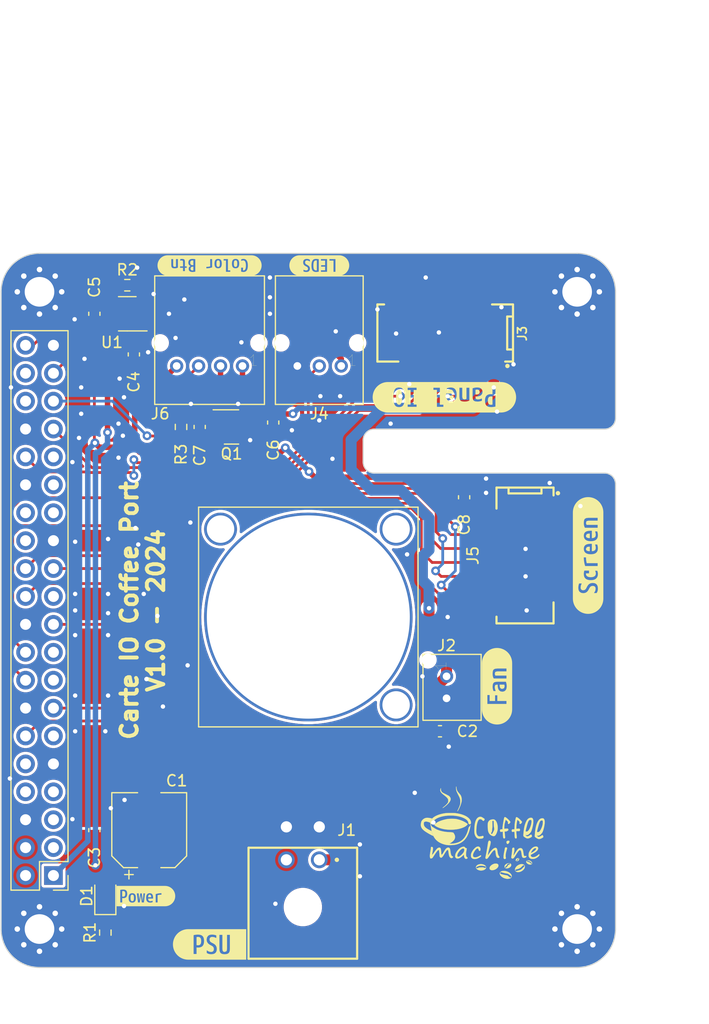
<source format=kicad_pcb>
(kicad_pcb (version 20221018) (generator pcbnew)
  (layers (0 "F.Cu" signal) (31 "B.Cu" signal) (34 "B.Paste" user) (35 "F.Paste" user) (36 "B.SilkS" user "B.Silkscreen") (37 "F.SilkS" user "F.Silkscreen") (38 "B.Mask" user) (39 "F.Mask" user) (44 "Edge.Cuts" user))
  (net 0 "")
  (net 1 "GND")
  (net 2 "+3.3V")
  (net 3 "+5V")
  (net 4 "+12V")
  (net 5 "Net-(D1-K)")
  (net 6 "/LGRE")
  (net 7 "/LRED")
  (net 8 "/BUZZER")
  (net 9 "/RST_H")
  (net 10 "/RST_S")
  (net 11 "/~{RST_OLED}")
  (net 12 "/~{CS}")
  (net 13 "/RST")
  (net 14 "/BL")
  (net 19 "Net-(J6-Pin_2)")
  (net 32 "/LEDS")
  (net 34 "/COLOR")
  (net 36 "/MOSI")
  (net 37 "/SCLK")
  (net 38 "/DC")
  (footprint "kibuzzard-65F8CFB9" (layer "F.Cu") (at 40.5 53.6 180)
    (fp_text reference "kibuzzard-65F8CFB9" hide)
    (fp_text value "G***" hide)
  )
  (footprint "kibuzzard-65F478FE" (layer "F.Cu") (at 40.5 115.4)
    (fp_text reference "kibuzzard-65F478FE" hide)
    (fp_text value "G***" hide)
  )
  (footprint "Capacitor_SMD:C_0603_1608Metric" (layer "F.Cu") (at 33.6 61.7 90)
    (fp_text reference "C4" (at -2.5 0 90) (layer "F.SilkS"))
    (fp_text value "4.7uF")
    (pad "1" smd roundrect (at -0.775 0 90) (size 0.9 0.95) (layers "F.Cu" "F.Paste" "F.Mask") (net 1 "GND"))
    (pad "2" smd roundrect (at 0.775 0 90) (size 0.9 0.95) (layers "F.Cu" "F.Paste" "F.Mask") (net 3 "+5V"))
  )
  (footprint "Capacitor_SMD:C_0603_1608Metric" (layer "F.Cu") (at 63.7 74.7 -90)
    (fp_text reference "C8" (at 2.5 0 90) (layer "F.SilkS"))
    (fp_text value "4.7uF")
    (pad "1" smd roundrect (at -0.775 0 270) (size 0.9 0.95) (layers "F.Cu" "F.Paste" "F.Mask") (net 1 "GND"))
    (pad "2" smd roundrect (at 0.775 0 270) (size 0.9 0.95) (layers "F.Cu" "F.Paste" "F.Mask") (net 2 "+3.3V"))
  )
  (footprint "Resistor_SMD:R_0603_1608Metric" (layer "F.Cu") (at 37.9 68.3 90)
    (fp_text reference "R3" (at -2.5 0 90) (layer "F.SilkS"))
    (fp_text value "10k")
    (pad "1" smd roundrect (at -0.825 0 90) (size 0.8 0.95) (layers "F.Cu" "F.Paste" "F.Mask") (net 34 "/COLOR"))
    (pad "2" smd roundrect (at 0.825 0 90) (size 0.8 0.95) (layers "F.Cu" "F.Paste" "F.Mask") (net 1 "GND"))
  )
  (footprint "Resistor_SMD:R_0603_1608Metric" (layer "F.Cu") (at 33 55.4)
    (fp_text reference "R2" (at 0 -1.4) (layer "F.SilkS"))
    (fp_text value "10k")
    (pad "1" smd roundrect (at -0.825 0) (size 0.8 0.95) (layers "F.Cu" "F.Paste" "F.Mask") (net 10 "/RST_S"))
    (pad "2" smd roundrect (at 0.825 0) (size 0.8 0.95) (layers "F.Cu" "F.Paste" "F.Mask") (net 1 "GND"))
  )
  (footprint "Capacitor_SMD:C_0603_1608Metric" (layer "F.Cu") (at 61.5 96 180)
    (fp_text reference "C2" (at -2.5 0 180) (layer "F.SilkS"))
    (fp_text value "4.7uF")
    (pad "1" smd roundrect (at -0.775 0 180) (size 0.9 0.95) (layers "F.Cu" "F.Paste" "F.Mask") (net 1 "GND"))
    (pad "2" smd roundrect (at 0.775 0 180) (size 0.9 0.95) (layers "F.Cu" "F.Paste" "F.Mask") (net 4 "+12V"))
  )
  (footprint "kibuzzard-65F47805" (layer "F.Cu") (at 61.9 65.6 180)
    (fp_text reference "kibuzzard-65F47805" hide)
    (fp_text value "G***" hide)
  )
  (footprint "kibuzzard-65F8CFA1" (layer "F.Cu") (at 50.5 53.6 180)
    (fp_text reference "kibuzzard-65F8CFA1" hide)
    (fp_text value "G***" hide)
  )
  (footprint "ConnectorsEvo:690367280876" (layer "F.Cu") (at 69.25 80 -90)
    (fp_text reference "J5" (at 0 4.75 -90) (layer "F.SilkS"))
    (fp_text value "Screen")
    (pad "1" smd rect (at -4.445 -2.25 270) (size 1.5 3) (layers "F.Cu" "F.Paste" "F.Mask") (net 1 "GND"))
    (pad "2" smd rect (at -3.175 2.25 270) (size 1.5 3) (layers "F.Cu" "F.Paste" "F.Mask") (net 2 "+3.3V"))
    (pad "3" smd rect (at -1.905 -2.25 270) (size 1.5 3) (layers "F.Cu" "F.Paste" "F.Mask") (net 37 "/SCLK"))
    (pad "4" smd rect (at -0.635 2.25 270) (size 1.5 3) (layers "F.Cu" "F.Paste" "F.Mask") (net 36 "/MOSI"))
    (pad "5" smd rect (at 0.635 -2.25 270) (size 1.5 3) (layers "F.Cu" "F.Paste" "F.Mask") (net 11 "/~{RST_OLED}"))
    (pad "6" smd rect (at 1.905 2.25 270) (size 1.5 3) (layers "F.Cu" "F.Paste" "F.Mask") (net 38 "/DC"))
    (pad "7" smd rect (at 3.175 -2.25 270) (size 1.5 3) (layers "F.Cu" "F.Paste" "F.Mask") (net 12 "/~{CS}"))
    (pad "8" smd rect (at 4.445 2.25 270) (size 1.5 3) (layers "F.Cu" "F.Paste" "F.Mask") (net 14 "/BL"))
  )
  (footprint "ConnectorsEvo:S04B-PASK" (layer "F.Cu") (at 40.5 62.75)
    (fp_text reference "J6" (at -4.5 4.35) (layer "F.SilkS"))
    (fp_text value "Color bouton")
    (fp_text user "1" (at 4 -0.5) (layer "F.SilkS") (effects (font (thickness 0.015))))
    (pad "" np_thru_hole circle (at -4.5 -2.1) (size 1.1 1.1) (drill 1.1) (layers "*.Cu" "*.Mask"))
    (pad "" np_thru_hole circle (at 4.5 -2.1) (size 1.1 1.1) (drill 1.1) (layers "*.Cu" "*.Mask"))
    (pad "1" thru_hole circle (at 3 0) (size 1.208 1.208) (drill 0.7) (layers "*.Cu" "*.Mask" "B.Adhes") (net 4 "+12V"))
    (pad "2" thru_hole circle (at 1 0) (size 1.208 1.208) (drill 0.7) (layers "*.Cu" "*.Mask") (net 19 "Net-(J6-Pin_2)"))
    (pad "3" thru_hole circle (at -1 0) (size 1.208 1.208) (drill 0.7) (layers "*.Cu" "*.Mask") (net 34 "/COLOR"))
    (pad "4" thru_hole circle (at -3 0) (size 1.208 1.208) (drill 0.7) (layers "*.Cu" "*.Mask") (net 2 "+3.3V"))
  )
  (footprint "kibuzzard-65F478C7" (layer "F.Cu") (at 66.7 91.9 90)
    (fp_text reference "kibuzzard-65F478C7" hide)
    (fp_text value "G***" hide)
  )
  (footprint "ComponentsEvo:20x20x10_DC_FAN" (layer "F.Cu") (at 49.5 85.6 -90)
    (fp_text reference "M1" hide)
    (fp_text value "Fan_20x20mm")
    (pad "" np_thru_hole circle (at -8 -8 270) (size 3 3) (drill 2.5) (layers "*.Cu" "*.Mask"))
    (pad "" np_thru_hole circle (at -8 8) (size 3 3) (drill 2.5) (layers "*.Cu" "*.Mask"))
    (pad "" np_thru_hole circle (at 0 0 270) (size 19 19) (drill 18.5) (layers "*.Cu" "*.Mask"))
    (pad "" np_thru_hole circle (at 8 -8 270) (size 3 3) (drill 2.5) (layers "*.Cu" "*.Mask"))
  )
  (footprint "kibuzzard-65F478A9" (layer "F.Cu") (at 75 80 90)
    (fp_text reference "kibuzzard-65F478A9" hide)
    (fp_text value "G***" hide)
  )
  (footprint "Capacitor_SMD:C_0603_1608Metric" (layer "F.Cu") (at 39.6 68.3 -90)
    (fp_text reference "C7" (at 2.6 0 90) (layer "F.SilkS"))
    (fp_text value "100nF")
    (pad "1" smd roundrect (at -0.775 0 270) (size 0.9 0.95) (layers "F.Cu" "F.Paste" "F.Mask") (net 1 "GND"))
    (pad "2" smd roundrect (at 0.775 0 270) (size 0.9 0.95) (layers "F.Cu" "F.Paste" "F.Mask") (net 34 "/COLOR"))
  )
  (footprint "Package_TO_SOT_SMD:SOT-23-5" (layer "F.Cu") (at 33 58 180)
    (fp_text reference "U1" (at 1.4 -2.6) (layer "F.SilkS"))
    (fp_text value "SN74LVC1G32")
    (pad "1" smd roundrect (at -1.1375 -0.95 180) (size 1.325 0.6) (layers "F.Cu" "F.Paste" "F.Mask") (net 9 "/RST_H"))
    (pad "2" smd roundrect (at -1.1375 0 180) (size 1.325 0.6) (layers "F.Cu" "F.Paste" "F.Mask") (net 10 "/RST_S"))
    (pad "3" smd roundrect (at -1.1375 0.95 180) (size 1.325 0.6) (layers "F.Cu" "F.Paste" "F.Mask") (net 1 "GND"))
    (pad "4" smd roundrect (at 1.1375 0.95 180) (size 1.325 0.6) (layers "F.Cu" "F.Paste" "F.Mask") (net 13 "/RST"))
    (pad "5" smd roundrect (at 1.1375 -0.95 180) (size 1.325 0.6) (layers "F.Cu" "F.Paste" "F.Mask") (net 2 "+3.3V"))
  )
  (footprint "Capacitor_SMD:C_0603_1608Metric" (layer "F.Cu") (at 30 58 -90)
    (fp_text reference "C5" (at -2.425 0 90) (layer "F.SilkS"))
    (fp_text value "100nF")
    (pad "1" smd roundrect (at -0.775 0 270) (size 0.9 0.95) (layers "F.Cu" "F.Paste" "F.Mask") (net 1 "GND"))
    (pad "2" smd roundrect (at 0.775 0 270) (size 0.9 0.95) (layers "F.Cu" "F.Paste" "F.Mask") (net 2 "+3.3V"))
  )
  (footprint "ConnectorsEvo:690367280876" (layer "F.Cu") (at 61.975 59.75 180)
    (fp_text reference "J3" (at -7.025 -0.05 90) (layer "F.SilkS") (effects (font (size 0.8 0.8))))
    (fp_text value "Panel IO")
    (pad "1" smd rect (at -4.445 -2.25 180) (size 1.5 3) (layers "F.Cu" "F.Paste" "F.Mask") (net 4 "+12V"))
    (pad "2" smd rect (at -3.175 2.25 180) (size 1.5 3) (layers "F.Cu" "F.Paste" "F.Mask") (net 9 "/RST_H"))
    (pad "3" smd rect (at -1.905 -2.25 180) (size 1.5 3) (layers "F.Cu" "F.Paste" "F.Mask") (net 8 "/BUZZER"))
    (pad "4" smd rect (at -0.635 2.25 180) (size 1.5 3) (layers "F.Cu" "F.Paste" "F.Mask"))
    (pad "5" smd rect (at 0.635 -2.25 180) (size 1.5 3) (layers "F.Cu" "F.Paste" "F.Mask") (net 6 "/LGRE"))
    (pad "6" smd rect (at 1.905 2.25 180) (size 1.5 3) (layers "F.Cu" "F.Paste" "F.Mask") (net 7 "/LRED"))
    (pad "7" smd rect (at 3.175 -2.25 180) (size 1.5 3) (layers "F.Cu" "F.Paste" "F.Mask"))
    (pad "8" smd rect (at 4.445 2.25 180) (size 1.5 3) (layers "F.Cu" "F.Paste" "F.Mask") (net 1 "GND"))
  )
  (footprint "Resistor_SMD:R_0603_1608Metric" (layer "F.Cu") (at 31 114.325 -90)
    (fp_text reference "R1" (at 0 1.4 90) (layer "F.SilkS"))
    (fp_text value "1k")
    (pad "1" smd roundrect (at -0.825 0 270) (size 0.8 0.95) (layers "F.Cu" "F.Paste" "F.Mask") (net 5 "Net-(D1-K)"))
    (pad "2" smd roundrect (at 0.825 0 270) (size 0.8 0.95) (layers "F.Cu" "F.Paste" "F.Mask") (net 1 "GND"))
  )
  (footprint "ConnectorsEvo:S03B-PASK" (layer "F.Cu") (at 50.5 62.75)
    (fp_text reference "J4" (at 0 4.35) (layer "F.SilkS"))
    (fp_text value "LEDS")
    (fp_text user "1" (at 3 -0.5) (layer "F.SilkS") (effects (font (thickness 0.015))))
    (pad "" np_thru_hole circle (at -3.5 -2.1) (size 1.1 1.1) (drill 1.1) (layers "*.Cu" "*.Mask"))
    (pad "" np_thru_hole circle (at 3.5 -2.1) (size 1.1 1.1) (drill 1.1) (layers "*.Cu" "*.Mask"))
    (pad "1" thru_hole circle (at 2 0) (size 1.208 1.208) (drill 0.7) (layers "*.Cu" "*.Mask") (net 3 "+5V"))
    (pad "2" thru_hole circle (at 0 0) (size 1.208 1.208) (drill 0.7) (layers "*.Cu" "*.Mask") (net 32 "/LEDS"))
    (pad "3" thru_hole circle (at -2 0) (size 1.208 1.208) (drill 0.7) (layers "*.Cu" "*.Mask") (net 1 "GND"))
  )
  (footprint "Diode_SMD:D_0805_2012Metric" (layer "F.Cu") (at 31 111 90)
    (fp_text reference "D1" (at 0 -1.7 90) (layer "F.SilkS"))
    (fp_text value "RED")
    (pad "1" smd roundrect (at -0.9375 0 90) (size 0.975 1.4) (layers "F.Cu" "F.Paste" "F.Mask") (net 5 "Net-(D1-K)"))
    (pad "2" smd roundrect (at 0.9375 0 90) (size 0.975 1.4) (layers "F.Cu" "F.Paste" "F.Mask") (net 3 "+5V"))
  )
  (footprint "ConnectorsEvo:66200421022" (layer "F.Cu") (at 49 111.65)
    (fp_text reference "J1" (at 4 -6.65) (layer "F.SilkS"))
    (fp_text value "PSU")
    (pad "" np_thru_hole circle (at 0 0.35) (size 3 3) (drill 3) (layers "*.Cu" "*.Mask"))
    (pad "1" thru_hole circle (at 1.5 -3.95) (size 1.53 1.53) (drill 1.02) (layers "*.Cu" "*.Mask") (net 4 "+12V"))
    (pad "2" thru_hole circle (at -1.5 -3.95) (size 1.53 1.53) (drill 1.02) (layers "*.Cu" "*.Mask") (net 3 "+5V"))
    (pad "3" thru_hole circle (at 1.5 -6.95) (size 1.53 1.53) (drill 1.02) (layers "*.Cu" "*.Mask") (net 1 "GND"))
    (pad "4" thru_hole circle (at -1.5 -6.95) (size 1.53 1.53) (drill 1.02) (layers "*.Cu" "*.Mask") (net 1 "GND"))
  )
  (footprint "Capacitor_SMD:CP_Elec_6.3x7.7" (layer "F.Cu") (at 35 105 90)
    (fp_text reference "C1" (at 4.5 2.5) (layer "F.SilkS"))
    (fp_text value "100uF")
    (pad "1" smd roundrect (at -2.7 0 90) (size 3.5 1.6) (layers "F.Cu" "F.Paste" "F.Mask") (roundrect_rratio 0.15625) (net 3 "+5V"))
    (pad "2" smd roundrect (at 2.7 0 90) (size 3.5 1.6) (layers "F.Cu" "F.Paste" "F.Mask") (roundrect_rratio 0.15625) (net 1 "GND"))
  )
  (footprint "ConnectorsEvo:B02B-PASK" (layer "F.Cu") (at 62.1 92 90)
    (fp_text reference "J2" (at 3.8 0 180) (layer "F.SilkS"))
    (fp_text value "FAN")
    (fp_text user "1" (at 1.968 -0.5 90) (layer "F.SilkS") (effects (font (thickness 0.015))))
    (pad "" np_thru_hole circle (at 2.5 -1.7 90) (size 1.1 1.1) (drill 1.1) (layers "*.Cu" "*.Mask"))
    (pad "1" thru_hole circle (at 1 0 90) (size 1.208 1.208) (drill 0.7) (layers "*.Cu" "*.Mask" "B.Adhes") (net 4 "+12V"))
    (pad "2" thru_hole circle (at -1 0 90) (size 1.208 1.208) (drill 0.7) (layers "*.Cu" "*.Mask") (net 1 "GND"))
  )
  (footprint "kibuzzard-65F8CF4B" (layer "F.Cu") (at 34.7 111)
    (fp_text reference "kibuzzard-65F8CF4B" hide)
    (fp_text value "G***" hide)
  )
  (footprint "Capacitor_SMD:C_0603_1608Metric" (layer "F.Cu") (at 46.3 67.9 90)
    (fp_text reference "C6" (at -2.5 0 90) (layer "F.SilkS"))
    (fp_text value "4.7uF")
    (pad "1" smd roundrect (at -0.775 0 90) (size 0.9 0.95) (layers "F.Cu" "F.Paste" "F.Mask") (net 1 "GND"))
    (pad "2" smd roundrect (at 0.775 0 90) (size 0.9 0.95) (layers "F.Cu" "F.Paste" "F.Mask") (net 4 "+12V"))
  )
  (footprint "Package_TO_SOT_SMD:SOT-23" (layer "F.Cu") (at 42.5 68.3)
    (fp_text reference "Q1" (at 0 2.45) (layer "F.SilkS"))
    (fp_text value "NMOS")
    (pad "1" smd roundrect (at -0.9375 -0.95) (size 1.475 0.6) (layers "F.Cu" "F.Paste" "F.Mask") (net 19 "Net-(J6-Pin_2)"))
    (pad "2" smd roundrect (at -0.9375 0.95) (size 1.475 0.6) (layers "F.Cu" "F.Paste" "F.Mask") (net 34 "/COLOR"))
    (pad "3" smd roundrect (at 0.9375 0) (size 1.475 0.6) (layers "F.Cu" "F.Paste" "F.Mask") (net 1 "GND"))
  )
  (footprint "ComponentsEvo:Shield_Raspberry_Pi_with_11mm_Header" (layer "F.Cu") (at 25 85)
    (fp_text reference "U2" hide)
    (fp_text value "RaspberryPI")
    (pad "1" thru_hole rect locked (at 1.27 24.13 180) (size 1.7 1.7) (drill 1) (layers "*.Cu" "*.Mask") (net 2 "+3.3V"))
    (pad "2" thru_hole oval locked (at -1.27 24.13 180) (size 1.7 1.7) (drill 1) (layers "*.Cu" "*.Mask") (net 3 "+5V"))
    (pad "3" thru_hole oval locked (at 1.27 21.59 180) (size 1.7 1.7) (drill 1) (layers "*.Cu" "*.Mask"))
    (pad "4" thru_hole oval locked (at -1.27 21.59 180) (size 1.7 1.7) (drill 1) (layers "*.Cu" "*.Mask") (net 3 "+5V"))
    (pad "5" thru_hole oval locked (at 1.27 19.05 180) (size 1.7 1.7) (drill 1) (layers "*.Cu" "*.Mask"))
    (pad "6" thru_hole oval locked (at -1.27 19.05 180) (size 1.7 1.7) (drill 1) (layers "*.Cu" "*.Mask") (net 1 "GND"))
    (pad "7" thru_hole oval locked (at 1.27 16.51 180) (size 1.7 1.7) (drill 1) (layers "*.Cu" "*.Mask"))
    (pad "8" thru_hole oval locked (at -1.27 16.51 180) (size 1.7 1.7) (drill 1) (layers "*.Cu" "*.Mask"))
    (pad "9" thru_hole oval locked (at 1.27 13.97 180) (size 1.7 1.7) (drill 1) (layers "*.Cu" "*.Mask") (net 1 "GND"))
    (pad "10" thru_hole oval locked (at -1.27 13.97 180) (size 1.7 1.7) (drill 1) (layers "*.Cu" "*.Mask"))
    (pad "11" thru_hole oval locked (at 1.27 11.43 180) (size 1.7 1.7) (drill 1) (layers "*.Cu" "*.Mask"))
    (pad "12" thru_hole oval locked (at -1.27 11.43 180) (size 1.7 1.7) (drill 1) (layers "*.Cu" "*.Mask") (net 14 "/BL"))
    (pad "13" thru_hole oval locked (at 1.27 8.89 180) (size 1.7 1.7) (drill 1) (layers "*.Cu" "*.Mask") (net 11 "/~{RST_OLED}"))
    (pad "14" thru_hole oval locked (at -1.27 8.89 180) (size 1.7 1.7) (drill 1) (layers "*.Cu" "*.Mask") (net 1 "GND"))
    (pad "15" thru_hole oval locked (at 1.27 6.35 180) (size 1.7 1.7) (drill 1) (layers "*.Cu" "*.Mask"))
    (pad "16" thru_hole oval locked (at -1.27 6.35 180) (size 1.7 1.7) (drill 1) (layers "*.Cu" "*.Mask") (net 7 "/LRED"))
    (pad "17" thru_hole oval locked (at 1.27 3.81 180) (size 1.7 1.7) (drill 1) (layers "*.Cu" "*.Mask"))
    (pad "18" thru_hole oval locked (at -1.27 3.81 180) (size 1.7 1.7) (drill 1) (layers "*.Cu" "*.Mask") (net 6 "/LGRE"))
    (pad "19" thru_hole oval locked (at 1.27 1.27 180) (size 1.7 1.7) (drill 1) (layers "*.Cu" "*.Mask") (net 36 "/MOSI"))
    (pad "20" thru_hole oval locked (at -1.27 1.27 180) (size 1.7 1.7) (drill 1) (layers "*.Cu" "*.Mask") (net 1 "GND"))
    (pad "21" thru_hole oval locked (at 1.27 -1.27 180) (size 1.7 1.7) (drill 1) (layers "*.Cu" "*.Mask"))
    (pad "22" thru_hole oval locked (at -1.27 -1.27 180) (size 1.7 1.7) (drill 1) (layers "*.Cu" "*.Mask") (net 38 "/DC"))
    (pad "23" thru_hole oval locked (at 1.27 -3.81 180) (size 1.7 1.7) (drill 1) (layers "*.Cu" "*.Mask") (net 37 "/SCLK"))
    (pad "24" thru_hole oval locked (at -1.27 -3.81 180) (size 1.7 1.7) (drill 1) (layers "*.Cu" "*.Mask") (net 12 "/~{CS}"))
    (pad "25" thru_hole oval locked (at 1.27 -6.35 180) (size 1.7 1.7) (drill 1) (layers "*.Cu" "*.Mask") (net 1 "GND"))
    (pad "26" thru_hole oval locked (at -1.27 -6.35 180) (size 1.7 1.7) (drill 1) (layers "*.Cu" "*.Mask"))
    (pad "27" thru_hole oval locked (at 1.27 -8.89 180) (size 1.7 1.7) (drill 1) (layers "*.Cu" "*.Mask"))
    (pad "28" thru_hole oval locked (at -1.27 -8.89 180) (size 1.7 1.7) (drill 1) (layers "*.Cu" "*.Mask"))
    (pad "29" thru_hole oval locked (at 1.27 -11.43 180) (size 1.7 1.7) (drill 1) (layers "*.Cu" "*.Mask"))
    (pad "30" thru_hole oval locked (at -1.27 -11.43 180) (size 1.7 1.7) (drill 1) (layers "*.Cu" "*.Mask") (net 1 "GND"))
    (pad "31" thru_hole oval locked (at 1.27 -13.97 180) (size 1.7 1.7) (drill 1) (layers "*.Cu" "*.Mask"))
    (pad "32" thru_hole oval locked (at -1.27 -13.97 180) (size 1.7 1.7) (drill 1) (layers "*.Cu" "*.Mask") (net 32 "/LEDS"))
    (pad "33" thru_hole oval locked (at 1.27 -16.51 180) (size 1.7 1.7) (drill 1) (layers "*.Cu" "*.Mask") (net 8 "/BUZZER"))
    (pad "34" thru_hole oval locked (at -1.27 -16.51 180) (size 1.7 1.7) (drill 1) (layers "*.Cu" "*.Mask") (net 1 "GND"))
    (pad "35" thru_hole oval locked (at 1.27 -19.05 180) (size 1.7 1.7) (drill 1) (layers "*.Cu" "*.Mask") (net 34 "/COLOR"))
    (pad "36" thru_hole oval locked (at -1.27 -19.05 180) (size 1.7 1.7) (drill 1) (layers "*.Cu" "*.Mask"))
    (pad "37" thru_hole oval locked (at 1.27 -21.59 180) (size 1.7 1.7) (drill 1) (layers "*.Cu" "*.Mask") (net 10 "/RST_S"))
    (pad "38" thru_hole oval locked (at -1.27 -21.59 180) (size 1.7 1.7) (drill 1) (layers "*.Cu" "*.Mask"))
    (pad "39" thru_hole oval locked (at 1.27 -24.13 180) (size 1.7 1.7) (drill 1) (layers "*.Cu" "*.Mask") (net 1 "GND"))
    (pad "40" thru_hole oval locked (at -1.27 -24.13 180) (size 1.7 1.7) (drill 1) (layers "*.Cu" "*.Mask") (net 13 "/RST"))
    (pad "MH" thru_hole circle locked (at -2.025 -29) (size 0.8 0.8) (drill 0.5) (layers "*.Cu" "*.Mask") (net 1 "GND"))
    (pad "MH" thru_hole circle locked (at -2.025 29) (size 0.8 0.8) (drill 0.5) (layers "*.Cu" "*.Mask") (net 1 "GND"))
    (pad "MH" thru_hole circle locked (at -1.431891 -30.431891) (size 0.8 0.8) (drill 0.5) (layers "*.Cu" "*.Mask") (net 1 "GND"))
    (pad "MH" thru_hole circle locked (at -1.431891 -27.568109) (size 0.8 0.8) (drill 0.5) (layers "*.Cu" "*.Mask") (net 1 "GND"))
    (pad "MH" thru_hole circle locked (at -1.431891 27.568109) (size 0.8 0.8) (drill 0.5) (layers "*.Cu" "*.Mask") (net 1 "GND"))
    (pad "MH" thru_hole circle locked (at -1.431891 30.431891) (size 0.8 0.8) (drill 0.5) (layers "*.Cu" "*.Mask") (net 1 "GND"))
    (pad "MH" thru_hole circle locked (at 0 -31.025) (size 0.8 0.8) (drill 0.5) (layers "*.Cu" "*.Mask") (net 1 "GND"))
    (pad "MH" thru_hole circle locked (at 0 -29) (size 5.4 5.4) (drill 2.7) (layers "*.Cu" "*.Mask") (net 1 "GND"))
    (pad "MH" thru_hole circle locked (at 0 -26.975) (size 0.8 0.8) (drill 0.5) (layers "*.Cu" "*.Mask") (net 1 "GND"))
    (pad "MH" thru_hole circle locked (at 0 26.975) (size 0.8 0.8) (drill 0.5) (layers "*.Cu" "*.Mask") (net 1 "GND"))
    (pad "MH" thru_hole circle locked (at 0 29) (size 5.4 5.4) (drill 2.7) (layers "*.Cu" "*.Mask") (net 1 "GND"))
    (pad "MH" thru_hole circle locked (at 0 31.025) (size 0.8 0.8) (drill 0.5) (layers "*.Cu" "*.Mask") (net 1 "GND"))
    (pad "MH" thru_hole circle locked (at 1.431891 -30.431891) (size 0.8 0.8) (drill 0.5) (layers "*.Cu" "*.Mask") (net 1 "GND"))
    (pad "MH" thru_hole circle locked (at 1.431891 -27.568109) (size 0.8 0.8) (drill 0.5) (layers "*.Cu" "*.Mask") (net 1 "GND"))
    (pad "MH" thru_hole circle locked (at 1.431891 27.568109) (size 0.8 0.8) (drill 0.5) (layers "*.Cu" "*.Mask") (net 1 "GND"))
    (pad "MH" thru_hole circle locked (at 1.431891 30.431891) (size 0.8 0.8) (drill 0.5) (layers "*.Cu" "*.Mask") (net 1 "GND"))
    (pad "MH" thru_hole circle locked (at 2.025 -29) (size 0.8 0.8) (drill 0.5) (layers "*.Cu" "*.Mask") (net 1 "GND"))
    (pad "MH" thru_hole circle locked (at 2.025 29) (size 0.8 0.8) (drill 0.5) (layers "*.Cu" "*.Mask") (net 1 "GND"))
    (pad "MH" thru_hole circle locked (at 46.975 -29) (size 0.8 0.8) (drill 0.5) (layers "*.Cu" "*.Mask") (net 1 "GND"))
    (pad "MH" thru_hole circle locked (at 46.975 29) (size 0.8 0.8) (drill 0.5) (layers "*.Cu" "*.Mask") (net 1 "GND"))
    (pad "MH" thru_hole circle locked (at 47.568109 -30.431891) (size 0.8 0.8) (drill 0.5) (layers "*.Cu" "*.Mask") (net 1 "GND"))
    (pad "MH" thru_hole circle locked (at 47.568109 -27.568109) (size 0.8 0.8) (drill 0.5) (layers "*.Cu" "*.Mask") (net 1 "GND"))
    (pad "MH" thru_hole circle locked (at 47.568109 27.568109) (size 0.8 0.8) (drill 0.5) (layers "*.Cu" "*.Mask") (net 1 "GND"))
    (pad "MH" thru_hole circle locked (at 47.568109 30.431891) (size 0.8 0.8) (drill 0.5) (layers "*.Cu" "*.Mask") (net 1 "GND"))
    (pad "MH" thru_hole circle locked (at 49 -31.025) (size 0.8 0.8) (drill 0.5) (layers "*.Cu" "*.Mask") (net 1 "GND"))
    (pad "MH" thru_hole circle locked (at 49 -29) (size 5.4 5.4) (drill 2.7) (layers "*.Cu" "*.Mask") (net 1 "GND"))
    (pad "MH" thru_hole circle locked (at 49 -26.975) (size 0.8 0.8) (drill 0.5) (layers "*.Cu" "*.Mask") (net 1 "GND"))
    (pad "MH" thru_hole circle locked (at 49 26.975) (size 0.8 0.8) (drill 0.5) (layers "*.Cu" "*.Mask") (net 1 "GND"))
    (pad "MH" thru_hole circle locked (at 49 29) (size 5.4 5.4) (drill 2.7) (layers "*.Cu" "*.Mask") (net 1 "GND"))
    (pad "MH" thru_hole circle locked (at 49 31.025) (size 0.8 0.8) (drill 0.5) (layers "*.Cu" "*.Mask") (net 1 "GND"))
    (pad "MH" thru_hole circle locked (at 50.431891 -30.431891) (size 0.8 0.8) (drill 0.5) (layers "*.Cu" "*.Mask") (net 1 "GND"))
    (pad "MH" thru_hole circle locked (at 50.431891 -27.568109) (size 0.8 0.8) (drill 0.5) (layers "*.Cu" "*.Mask") (net 1 "GND"))
    (pad "MH" thru_hole circle locked (at 50.431891 27.568109) (size 0.8 0.8) (drill 0.5) (layers "*.Cu" "*.Mask") (net 1 "GND"))
    (pad "MH" thru_hole circle locked (at 50.431891 30.431891) (size 0.8 0.8) (drill 0.5) (layers "*.Cu" "*.Mask") (net 1 "GND"))
    (pad "MH" thru_hole circle locked (at 51.025 -29) (size 0.8 0.8) (drill 0.5) (layers "*.Cu" "*.Mask") (net 1 "GND"))
    (pad "MH" thru_hole circle locked (at 51.025 29) (size 0.8 0.8) (drill 0.5) (layers "*.Cu" "*.Mask") (net 1 "GND"))
  )
  (footprint "Capacitor_SMD:C_0603_1608Metric" (layer "F.Cu") (at 30 105 -90)
    (fp_text reference "C3" (at 2.5 0 90) (layer "F.SilkS"))
    (fp_text value "4.7uF")
    (pad "1" smd roundrect (at -0.775 0 270) (size 0.9 0.95) (layers "F.Cu" "F.Paste" "F.Mask") (net 1 "GND"))
    (pad "2" smd roundrect (at 0.775 0 270) (size 0.9 0.95) (layers "F.Cu" "F.Paste" "F.Mask") (net 3 "+5V"))
  )
  (footprint "ComponentsEvo:logo_coffee-min" (layer "F.Cu") (at 65.4 105.2)
    (fp_text reference "G***" hide)
    (fp_text value "LOGO" hide)
  )
  (gr_arc (start 25 117.5) (mid 22.525126 116.474874) (end 21.5 114) (stroke (width 0.1)) (layer "Edge.Cuts"))
  (gr_line (start 76.5 72.5) (end 55.5 72.5) (stroke (width 0.1)) (layer "Edge.Cuts"))
  (gr_arc (start 54.5 69.5) (mid 54.792893 68.792893) (end 55.5 68.5) (stroke (width 0.1)) (layer "Edge.Cuts"))
  (gr_arc (start 21.5 56) (mid 22.525126 53.525126) (end 25 52.5) (stroke (width 0.1)) (layer "Edge.Cuts"))
  (gr_arc (start 77.5 114) (mid 76.474874 116.474874) (end 74 117.5) (stroke (width 0.1)) (layer "Edge.Cuts"))
  (gr_line (start 21.5 114) (end 21.5 56) (stroke (width 0.1)) (layer "Edge.Cuts"))
  (gr_arc (start 55.5 72.5) (mid 54.792893 72.207107) (end 54.5 71.5) (stroke (width 0.1)) (layer "Edge.Cuts"))
  (gr_arc (start 74 52.5) (mid 76.474874 53.525126) (end 77.5 56) (stroke (width 0.1)) (layer "Edge.Cuts"))
  (gr_line (start 77.5 67.5) (end 77.5 56) (stroke (width 0.1)) (layer "Edge.Cuts"))
  (gr_arc (start 76.5 72.5) (mid 77.207107 72.792893) (end 77.5 73.5) (stroke (width 0.1)) (layer "Edge.Cuts"))
  (gr_line (start 74 117.5) (end 25 117.5) (stroke (width 0.1)) (layer "Edge.Cuts"))
  (gr_line (start 55.5 68.5) (end 76.5 68.5) (stroke (width 0.1)) (layer "Edge.Cuts"))
  (gr_line (start 77.5 73.5) (end 77.5 114) (stroke (width 0.1)) (layer "Edge.Cuts"))
  (gr_line (start 54.5 71.5) (end 54.5 69.5) (stroke (width 0.1)) (layer "Edge.Cuts"))
  (gr_arc (start 77.5 67.5) (mid 77.207107 68.207107) (end 76.5 68.5) (stroke (width 0.1)) (layer "Edge.Cuts"))
  (gr_line (start 25 52.5) (end 74 52.5) (stroke (width 0.1)) (layer "Edge.Cuts"))
  (gr_text "Carte IO Coffee Port\nV1.0 - 2024" (at 34.4 85 90) (layer "F.SilkS") (effects (font (size 1.5 1.5) (thickness 0.35) bold)))
  (via (at 58.5 79.9) (size 0.8) (drill 0.4) (layers "F.Cu" "B.Cu") (net 1))
  (via (at 28.8 64.7) (size 0.8) (drill 0.4) (layers "F.Cu" "B.Cu") (net 1))
  (via (at 62.3 97.4) (size 0.8) (drill 0.4) (layers "F.Cu" "B.Cu") (net 1))
  (via (at 31.25 85.25) (size 0.8) (drill 0.4) (layers "F.Cu" "B.Cu") (net 1))
  (via (at 38.8 66.2) (size 0.8) (drill 0.4) (layers "F.Cu" "B.Cu") (net 1))
  (via (at 32.3 63.9) (size 0.8) (drill 0.4) (layers "F.Cu" "B.Cu") (net 1))
  (via (at 66.7 66.9) (size 0.8) (drill 0.4) (layers "F.Cu" "B.Cu") (net 1))
  (via (at 52.4 65.5) (size 0.8) (drill 0.4) (layers "F.Cu" "B.Cu") (net 1))
  (via (at 71.5 73.4) (size 0.8) (drill 0.4) (layers "F.Cu" "B.Cu") (net 1))
  (via (at 31.25 78.5) (size 0.8) (drill 0.4) (layers "F.Cu" "B.Cu") (net 1))
  (via (at 34.9 61.5) (size 0.8) (drill 0.4) (layers "F.Cu" "B.Cu") (net 1))
  (via (at 34.75 91.25) (size 0.8) (drill 0.4) (layers "F.Cu" "B.Cu") (net 1))
  (via (at 38.5 90) (size 0.8) (drill 0.4) (layers "F.Cu" "B.Cu") (net 1))
  (via (at 29.1 62.1) (size 0.8) (drill 0.4) (layers "F.Cu" "B.Cu") (net 1))
  (via (at 32.2 68) (size 0.8) (drill 0.4) (layers "F.Cu" "B.Cu") (net 1))
  (via (at 59.9 91) (size 0.8) (drill 0.4) (layers "F.Cu" "B.Cu") (net 1))
  (via (at 74.3 75.5) (size 0.8) (drill 0.4) (layers "F.Cu" "B.Cu") (net 1))
  (via (at 50.5 67.7) (size 0.8) (drill 0.4) (layers "F.Cu" "B.Cu") (net 1))
  (via (at 67.1 57.4) (size 0.8) (drill 0.4) (layers "F.Cu" "B.Cu") (net 1))
  (via (at 69.3 81.9) (size 0.8) (drill 0.4) (layers "F.Cu" "B.Cu") (net 1))
  (via (at 58.7 64.4) (size 0.8) (drill 0.4) (layers "F.Cu" "B.Cu") (net 1))
  (via (at 57 68) (size 0.8) (drill 0.4) (layers "F.Cu" "B.Cu") (net 1))
  (via (at 38.2 56.7) (size 0.8) (drill 0.4) (layers "F.Cu" "B.Cu") (net 1))
  (via (at 65.7 73) (size 0.8) (drill 0.4) (layers "F.Cu" "B.Cu") (net 1))
  (via (at 55.8 57.6) (size 0.8) (drill 0.4) (layers "F.Cu" "B.Cu") (net 1))
  (via (at 46.5 111.7) (size 0.8) (drill 0.4) (layers "F.Cu" "B.Cu") (net 1))
  (via (at 32.7 111.9) (size 0.8) (drill 0.4) (layers "F.Cu" "B.Cu") (net 1))
  (via (at 65.7 74.3) (size 0.8) (drill 0.4) (layers "F.Cu" "B.Cu") (net 1))
  (via (at 48 68.6) (size 0.8) (drill 0.4) (layers "F.Cu" "B.Cu") (net 1))
  (via (at 52 59.6) (size 0.8) (drill 0.4) (layers "F.Cu" "B.Cu") (net 1))
  (via (at 69.3 79.4) (size 0.8) (drill 0.4) (layers "F.Cu" "B.Cu") (net 1))
  (via (at 69.4 85) (size 0.8) (drill 0.4) (layers "F.Cu" "B.Cu") (net 1))
  (via (at 33.75 77.5) (size 0.8) (drill 0.4) (layers "F.Cu" "B.Cu") (net 1))
  (via (at 28.25 83.5) (size 0.8) (drill 0.4) (layers "F.Cu" "B.Cu") (net 1))
  (via (at 22.3 100.3) (size 0.8) (drill 0.4) (layers "F.Cu" "B.Cu") (net 1))
  (via (at 28.25 78.75) (size 0.8) (drill 0.4) (layers "F.Cu" "B.Cu") (net 1))
  (via (at 31.25 92.75) (size 0.8) (drill 0.4) (layers "F.Cu" "B.Cu") (net 1))
  (via (at 28.25 92.75) (size 0.8) (drill 0.4) (layers "F.Cu" "B.Cu") (net 1))
  (via (at 33.9 53.8) (size 0.8) (drill 0.4) (layers "F.Cu" "B.Cu") (net 1))
  (via (at 34 79) (size 0.8) (drill 0.4) (layers "F.Cu" "B.Cu") (net 1))
  (via (at 28.25 87.25) (size 0.8) (drill 0.4) (layers "F.Cu" "B.Cu") (net 1))
  (via (at 31.25 87.25) (size 0.8) (drill 0.4) (layers "F.Cu" "B.Cu") (net 1))
  (via (at 28.8 67.1) (size 0.8) (drill 0.4) (layers "F.Cu" "B.Cu") (net 1))
  (via (at 46 58) (size 0.8) (drill 0.4) (layers "F.Cu" "B.Cu") (net 1))
  (via (at 68.2 62.6) (size 0.8) (drill 0.4) (layers "F.Cu" "B.Cu") (net 1))
  (via (at 46 54.7) (size 0.8) (drill 0.4) (layers "F.Cu" "B.Cu") (net 1))
  (via (at 28.25 85) (size 0.8) (drill 0.4) (layers "F.Cu" "B.Cu") (net 1))
  (via (at 35.75 85.5) (size 0.8) (drill 0.4) (layers "F.Cu" "B.Cu") (net 1))
  (via (at 31 96) (size 0.8) (drill 0.4) (layers "F.Cu" "B.Cu") (net 1))
  (via (at 50.6 65.5) (size 0.8) (drill 0.4) (layers "F.Cu" "B.Cu") (net 1))
  (via (at 32.7 65.6) (size 0.8) (drill 0.4) (layers "F.Cu" "B.Cu") (net 1))
  (via (at 43.1 66.2) (size 0.8) (drill 0.4) (layers "F.Cu" "B.Cu") (net 1))
  (via (at 57.5 59.8) (size 0.8) (drill 0.4) (layers "F.Cu" "B.Cu") (net 1))
  (via (at 34.5 83.5) (size 0.8) (drill 0.4) (layers "F.Cu" "B.Cu") (net 1))
  (via (at 44.2 69.5) (size 0.8) (drill 0.4) (layers "F.Cu" "B.Cu") (net 1))
  (via (at 46 56.5) (size 0.8) (drill 0.4) (layers "F.Cu" "B.Cu") (net 1))
  (via (at 28.2 58.5) (size 0.8) (drill 0.4) (layers "F.Cu" "B.Cu") (net 1))
  (via (at 31.5 103) (size 0.8) (drill 0.4) (layers "F.Cu" "B.Cu") (net 1))
  (via (at 35.4 56.2) (size 0.8) (drill 0.4) (layers "F.Cu" "B.Cu") (net 1))
  (via (at 28.25 96) (size 0.8) (drill 0.4) (layers "F.Cu" "B.Cu") (net 1))
  (via (at 28.6 69.3) (size 0.8) (drill 0.4) (layers "F.Cu" "B.Cu") (net 1))
  (via (at 51.7 71.2) (size 0.8) (drill 0.4) (layers "F.Cu" "B.Cu") (net 1))
  (via (at 60.2 54.7) (size 0.8) (drill 0.4) (layers "F.Cu" "B.Cu") (net 1))
  (via (at 60.9 104.3) (size 0.8) (drill 0.4) (layers "F.Cu" "B.Cu") (net 1))
  (via (at 36.8 58) (size 0.8) (drill 0.4) (layers "F.Cu" "B.Cu") (net 1))
  (via (at 31.25 83.5) (size 0.8) (drill 0.4) (layers "F.Cu" "B.Cu") (net 1))
  (via (at 59.2 101.6) (size 0.8) (drill 0.4) (layers "F.Cu" "B.Cu") (net 1))
  (via (at 36.25 93.75) (size 0.8) (drill 0.4) (layers "F.Cu" "B.Cu") (net 1))
  (via (at 22.4 64.7) (size 0.8) (drill 0.4) (layers "F.Cu" "B.Cu") (net 1))
  (via (at 43.4 60.6) (size 0.8) (drill 0.4) (layers "F.Cu" "B.Cu") (net 1))
  (via (at 32.2 71.1) (size 0.8) (drill 0.4) (layers "F.Cu" "B.Cu") (net 1))
  (via (at 32.6 69.1) (size 0.8) (drill 0.4) (layers "F.Cu" "B.Cu") (net 1))
  (via (at 28 104) (size 0.8) (drill 0.4) (layers "F.Cu" "B.Cu") (net 1))
  (via (at 61.4 59.7) (size 0.8) (drill 0.4) (layers "F.Cu" "B.Cu") (net 1))
  (via (at 62.2 85.6) (size 0.8) (drill 0.4) (layers "F.Cu" "B.Cu") (net 1))
  (via (at 54.2 109.2) (size 0.8) (drill 0.4) (layers "F.Cu" "B.Cu") (net 1))
  (via (at 37.4 60.2) (size 0.8) (drill 0.4) (layers "F.Cu" "B.Cu") (net 1))
  (via (at 32.75 102.25) (size 0.8) (drill 0.4) (layers "F.Cu" "B.Cu") (net 1))
  (via (at 28 71.5) (size 0.8) (drill 0.4) (layers "F.Cu" "B.Cu") (net 1))
  (via (at 54.2 106.3) (size 0.8) (drill 0.4) (layers "F.Cu" "B.Cu") (net 1))
  (via (at 38.75 77) (size 0.8) (drill 0.4) (layers "F.Cu" "B.Cu") (net 1))
  (segment (start 33.2 70.15) (end 33.676582 70.15) (width 0.5) (layer "F.Cu") (net 2))
  (segment (start 47 70.6) (end 47.4 70.2) (width 0.5) (layer "F.Cu") (net 2))
  (segment (start 49.562299 72.362299) (end 50.075 72.875) (width 0.5) (layer "F.Cu") (net 2))
  (segment (start 30.175 58.95) (end 30 58.775) (width 0.25) (layer "F.Cu") (net 2))
  (segment (start 37.5 62.75) (end 33.676582 66.573418) (width 0.5) (layer "F.Cu") (net 2))
  (segment (start 61.1 72.875) (end 63.7 75.475) (width 0.5) (layer "F.Cu") (net 2))
  (segment (start 31.8625 58.95) (end 30.175 58.95) (width 0.25) (layer "F.Cu") (net 2))
  (segment (start 34.126582 70.6) (end 47 70.6) (width 0.5) (layer "F.Cu") (net 2))
  (segment (start 30 69.7) (end 30 58.775) (width 0.25) (layer "F.Cu") (net 2))
  (segment (start 33.676582 66.573418) (end 33.676582 70.15) (width 0.5) (layer "F.Cu") (net 2))
  (segment (start 30.05 69.75) (end 30.45 70.15) (width 0.5) (layer "F.Cu") (net 2))
  (segment (start 50.075 72.875) (end 61.1 72.875) (width 0.5) (layer "F.Cu") (net 2))
  (segment (start 64.975 75.475) (end 63.7 75.475) (width 0.5) (layer "F.Cu") (net 2))
  (segment (start 66.325 76.825) (end 64.975 75.475) (width 0.5) (layer "F.Cu") (net 2))
  (segment (start 33.676582 70.15) (end 34.126582 70.6) (width 0.5) (layer "F.Cu") (net 2))
  (segment (start 30.05 69.75) (end 30 69.7) (width 0.25) (layer "F.Cu") (net 2))
  (segment (start 30.45 70.15) (end 33.2 70.15) (width 0.5) (layer "F.Cu") (net 2))
  (segment (start 67 76.825) (end 66.325 76.825) (width 0.5) (layer "F.Cu") (net 2))
  (via (at 30.05 69.75) (size 0.8) (drill 0.4) (layers "F.Cu" "B.Cu") (net 2))
  (via (at 49.562299 72.362299) (size 0.8) (drill 0.4) (layers "F.Cu" "B.Cu") (net 2))
  (via (at 47.4 70.2) (size 0.8) (drill 0.4) (layers "F.Cu" "B.Cu") (net 2))
  (segment (start 29.4 106) (end 26.27 109.13) (width 0.5) (layer "B.Cu") (net 2))
  (segment (start 49.562299 72.362299) (end 47.4 70.2) (width 0.5) (layer "B.Cu") (net 2))
  (segment (start 29.4 70.4) (end 29.4 106) (width 0.5) (layer "B.Cu") (net 2))
  (segment (start 30.05 69.75) (end 29.4 70.4) (width 0.5) (layer "B.Cu") (net 2))
  (segment (start 52.5 62.1) (end 49.5 59.1) (width 0.5) (layer "F.Cu") (net 3))
  (segment (start 49.5 59.1) (end 35.498528 59.1) (width 0.5) (layer "F.Cu") (net 3))
  (segment (start 31.2 63.398528) (end 31.2 68.8) (width 0.5) (layer "F.Cu") (net 3))
  (segment (start 52.5 62.75) (end 52.5 62.1) (width 0.5) (layer "F.Cu") (net 3))
  (segment (start 35.498528 59.1) (end 31.2 63.398528) (width 0.5) (layer "F.Cu") (net 3))
  (via (at 31.2 68.8) (size 0.8) (drill 0.4) (layers "F.Cu" "B.Cu") (net 3))
  (via (at 30.1 108.2) (size 0.8) (drill 0.4) (layers "F.Cu" "B.Cu") (net 3))
  (segment (start 30.1 85) (end 30.1 108.2) (width 0.5) (layer "B.Cu") (net 3))
  (segment (start 30.402082 70.6) (end 30.18995 70.6) (width 0.5) (layer "B.Cu") (net 3))
  (segment (start 31.2 69.802082) (end 30.402082 70.6) (width 0.5) (layer "B.Cu") (net 3))
  (segment (start 30.18995 70.6) (end 30.1 70.68995) (width 0.5) (layer "B.Cu") (net 3))
  (segment (start 30.1 70.68995) (end 30.1 85) (width 0.5) (layer "B.Cu") (net 3))
  (segment (start 31.2 68.8) (end 31.2 69.802082) (width 0.5) (layer "B.Cu") (net 3))
  (segment (start 60.725 102.275) (end 60.725 96) (width 1) (layer "F.Cu") (net 4))
  (segment (start 60.725 96) (end 60.696 95.971) (width 1) (layer "F.Cu") (net 4))
  (segment (start 48.075 67.125) (end 48.1 67.1) (width 0.5) (layer "F.Cu") (net 4))
  (segment (start 60.696 95.971) (end 60.696 92.404) (width 1) (layer "F.Cu") (net 4))
  (segment (start 43.5 62.75) (end 43.5 64.325) (width 0.5) (layer "F.Cu") (net 4))
  (segment (start 62.1 88.8) (end 60.5 87.2) (width 1) (layer "F.Cu") (net 4))
  (segment (start 60.696 92.404) (end 62.1 91) (width 1) (layer "F.Cu") (net 4))
  (segment (start 55.3 107.7) (end 60.725 102.275) (width 1) (layer "F.Cu") (net 4))
  (segment (start 43.5 64.325) (end 46.3 67.125) (width 0.5) (layer "F.Cu") (net 4))
  (segment (start 46.3 67.125) (end 48.075 67.125) (width 0.5) (layer "F.Cu") (net 4))
  (segment (start 66.4 62.02) (end 66.42 62) (width 1) (layer "F.Cu") (net 4))
  (segment (start 60.5 87.2) (end 60.5 84.8) (width 1) (layer "F.Cu") (net 4))
  (segment (start 62.1 91) (end 62.1 88.8) (width 1) (layer "F.Cu") (net 4))
  (segment (start 66.4 64.7) (end 66.4 62.02) (width 1) (layer "F.Cu") (net 4))
  (segment (start 50.5 107.7) (end 55.3 107.7) (width 1) (layer "F.Cu") (net 4))
  (via (at 60.5 84.8) (size 0.8) (drill 0.4) (layers "F.Cu" "B.Cu") (net 4))
  (via (at 48.1 67.1) (size 0.8) (drill 0.4) (layers "F.Cu" "B.Cu") (net 4))
  (via (at 66.4 64.7) (size 0.8) (drill 0.4) (layers "F.Cu" "B.Cu") (net 4))
  (segment (start 53.4 69.475013) (end 56.275013 66.6) (width 1) (layer "B.Cu") (net 4))
  (segment (start 53.4 72.2) (end 53.4 69.475013) (width 1) (layer "B.Cu") (net 4))
  (segment (start 48.6 66.6) (end 56.275013 66.6) (width 0.5) (layer "B.Cu") (net 4))
  (segment (start 56.275013 66.6) (end 64.5 66.6) (width 1) (layer "B.Cu") (net 4))
  (segment (start 60.5 76.6) (end 57.95 74.05) (width 1) (layer "B.Cu") (net 4))
  (segment (start 48.1 67.1) (end 48.6 66.6) (width 0.5) (layer "B.Cu") (net 4))
  (segment (start 60.5 82.842484) (end 59.9 82.242484) (width 1) (layer "B.Cu") (net 4))
  (segment (start 60.5 84.8) (end 60.5 82.842484) (width 1) (layer "B.Cu") (net 4))
  (segment (start 59.9 80.1) (end 60.5 79.5) (width 1) (layer "B.Cu") (net 4))
  (segment (start 60.5 79.5) (end 60.5 76.6) (width 1) (layer "B.Cu") (net 4))
  (segment (start 55.25 74.05) (end 53.4 72.2) (width 1) (layer "B.Cu") (net 4))
  (segment (start 64.5 66.6) (end 66.4 64.7) (width 1) (layer "B.Cu") (net 4))
  (segment (start 59.9 82.242484) (end 59.9 80.1) (width 1) (layer "B.Cu") (net 4))
  (segment (start 57.95 74.05) (end 55.25 74.05) (width 1) (layer "B.Cu") (net 4))
  (segment (start 31 111.9375) (end 31 113.5) (width 0.5) (layer "F.Cu") (net 5))
  (segment (start 22.555 87.635) (end 22.555 78.13) (width 0.25) (layer "F.Cu") (net 6))
  (segment (start 59.6 66.8) (end 61.34 65.06) (width 0.25) (layer "F.Cu") (net 6))
  (segment (start 61.34 65.06) (end 61.34 62) (width 0.25) (layer "F.Cu") (net 6))
  (segment (start 22.555 78.13) (end 23.4 77.285) (width 0.25) (layer "F.Cu") (net 6))
  (segment (start 48 72.9) (end 54.1 66.8) (width 0.25) (layer "F.Cu") (net 6))
  (segment (start 32.596624 77.285) (end 36.981624 72.9) (width 0.25) (layer "F.Cu") (net 6))
  (segment (start 23.73 88.81) (end 22.555 87.635) (width 0.25) (layer "F.Cu") (net 6))
  (segment (start 36.981624 72.9) (end 48 72.9) (width 0.25) (layer "F.Cu") (net 6))
  (segment (start 23.4 77.285) (end 32.596624 77.285) (width 0.25) (layer "F.Cu") (net 6))
  (segment (start 54.1 66.8) (end 59.6 66.8) (width 0.25) (layer "F.Cu") (net 6))
  (segment (start 34.500228 74.745) (end 36.795228 72.45) (width 0.25) (layer "F.Cu") (net 7))
  (segment (start 58.55 66.35) (end 60.07 64.83) (width 0.25) (layer "F.Cu") (net 7))
  (segment (start 36.795228 72.45) (end 47.813604 72.45) (width 0.25) (layer "F.Cu") (net 7))
  (segment (start 23.433299 74.745) (end 34.500228 74.745) (width 0.25) (layer "F.Cu") (net 7))
  (segment (start 47.813604 72.45) (end 53.913604 66.35) (width 0.25) (layer "F.Cu") (net 7))
  (segment (start 22.105 76.073299) (end 23.433299 74.745) (width 0.25) (layer "F.Cu") (net 7))
  (segment (start 53.913604 66.35) (end 58.55 66.35) (width 0.25) (layer "F.Cu") (net 7))
  (segment (start 22.105 89.725) (end 22.105 76.073299) (width 0.25) (layer "F.Cu") (net 7))
  (segment (start 23.73 91.35) (end 22.105 89.725) (width 0.25) (layer "F.Cu") (net 7))
  (segment (start 60.07 64.83) (end 60.07 57.5) (width 0.25) (layer "F.Cu") (net 7))
  (segment (start 29.78 72) (end 36.981624 72) (width 0.25) (layer "F.Cu") (net 8))
  (segment (start 54.127208 65.5) (end 57.9 65.5) (width 0.25) (layer "F.Cu") (net 8))
  (segment (start 26.27 68.49) (end 29.78 72) (width 0.25) (layer "F.Cu") (net 8))
  (segment (start 63.88 64.72) (end 63.88 62) (width 0.25) (layer "F.Cu") (net 8))
  (segment (start 62.2 65.5) (end 63.1 65.5) (width 0.25) (layer "F.Cu") (net 8))
  (segment (start 36.981624 72) (end 47.627208 72) (width 0.25) (layer "F.Cu") (net 8))
  (segment (start 50.763604 68.863604) (end 54.127208 65.5) (width 0.25) (layer "F.Cu") (net 8))
  (segment (start 63.1 65.5) (end 63.88 64.72) (width 0.25) (layer "F.Cu") (net 8))
  (segment (start 47.627208 72) (end 50.763604 68.863604) (width 0.25) (layer "F.Cu") (net 8))
  (via (at 57.9 65.5) (size 0.8) (drill 0.4) (layers "F.Cu" "B.Cu") (net 8))
  (via (at 62.2 65.5) (size 0.8) (drill 0.4) (layers "F.Cu" "B.Cu") (net 8))
  (segment (start 57.9 65.5) (end 62.2 65.5) (width 0.25) (layer "B.Cu") (net 8))
  (segment (start 64.075 55.675) (end 65.15 56.75) (width 0.25) (layer "F.Cu") (net 9))
  (segment (start 34.1375 58.95) (end 34.521751 58.95) (width 0.25) (layer "F.Cu") (net 9))
  (segment (start 34.521751 58.95) (end 37.796751 55.675) (width 0.25) (layer "F.Cu") (net 9))
  (segment (start 37.796751 55.675) (end 64.075 55.675) (width 0.25) (layer "F.Cu") (net 9))
  (segment (start 65.15 56.75) (end 65.15 57.5) (width 0.25) (layer "F.Cu") (net 9))
  (segment (start 29.522183 58) (end 34.1375 58) (width 0.25) (layer "F.Cu") (net 10))
  (segment (start 32.85 56.075) (end 32.175 55.4) (width 0.25) (layer "F.Cu") (net 10))
  (segment (start 33.753249 58) (end 32.85 57.096751) (width 0.25) (layer "F.Cu") (net 10))
  (segment (start 26.27 63.41) (end 29.2 60.48) (width 0.25) (layer "F.Cu") (net 10))
  (segment (start 29.2 58.322183) (end 29.522183 58) (width 0.25) (layer "F.Cu") (net 10))
  (segment (start 32.85 57.096751) (end 32.85 56.075) (width 0.25) (layer "F.Cu") (net 10))
  (segment (start 34.1375 58) (end 33.753249 58) (width 0.25) (layer "F.Cu") (net 10))
  (segment (start 29.2 60.48) (end 29.2 58.322183) (width 0.25) (layer "F.Cu") (net 10))
  (segment (start 59.086396 75.25) (end 60.25 76.413604) (width 0.25) (layer "F.Cu") (net 11))
  (segment (start 33.873604 93.89) (end 36.85 90.913604) (width 0.25) (layer "F.Cu") (net 11))
  (segment (start 60.25 76.413604) (end 60.25 80.1) (width 0.25) (layer "F.Cu") (net 11))
  (segment (start 60.785 80.635) (end 71.5 80.635) (width 0.25) (layer "F.Cu") (net 11))
  (segment (start 37.813604 75.25) (end 59.086396 75.25) (width 0.25) (layer "F.Cu") (net 11))
  (segment (start 26.27 93.89) (end 33.873604 93.89) (width 0.25) (layer "F.Cu") (net 11))
  (segment (start 36.85 76.213604) (end 37.813604 75.25) (width 0.25) (layer "F.Cu") (net 11))
  (segment (start 60.25 80.1) (end 60.785 80.635) (width 0.25) (layer "F.Cu") (net 11))
  (segment (start 36.85 90.913604) (end 36.85 76.213604) (width 0.25) (layer "F.Cu") (net 11))
  (segment (start 34.95 75.56802) (end 37.06802 73.45) (width 0.25) (layer "F.Cu") (net 12))
  (segment (start 24.905 80.015) (end 34.585 80.015) (width 0.25) (layer "F.Cu") (net 12))
  (segment (start 62.05 76.5205) (end 62.9 77.3705) (width 0.25) (layer "F.Cu") (net 12))
  (segment (start 59.83198 73.45) (end 62.05 75.66802) (width 0.25) (layer "F.Cu") (net 12))
  (segment (start 34.95 79.65) (end 34.95 75.56802) (width 0.25) (layer "F.Cu") (net 12))
  (segment (start 23.73 81.19) (end 24.905 80.015) (width 0.25) (layer "F.Cu") (net 12))
  (segment (start 34.585 80.015) (end 34.95 79.65) (width 0.25) (layer "F.Cu") (net 12))
  (segment (start 62.099598 83.175) (end 71.5 83.175) (width 0.25) (layer "F.Cu") (net 12))
  (segment (start 62.05 75.66802) (end 62.05 76.5205) (width 0.25) (layer "F.Cu") (net 12))
  (segment (start 37.06802 73.45) (end 59.83198 73.45) (width 0.25) (layer "F.Cu") (net 12))
  (segment (start 61.612299 82.687701) (end 62.099598 83.175) (width 0.25) (layer "F.Cu") (net 12))
  (via (at 61.612299 82.687701) (size 0.8) (drill 0.4) (layers "F.Cu" "B.Cu") (net 12))
  (via (at 62.9 77.3705) (size 0.8) (drill 0.4) (layers "F.Cu" "B.Cu") (net 12))
  (segment (start 62.9 77.3705) (end 62.9 81.4) (width 0.25) (layer "B.Cu") (net 12))
  (segment (start 62.9 81.4) (end 61.612299 82.687701) (width 0.25) (layer "B.Cu") (net 12))
  (segment (start 24.407997 60.87) (end 23.73 60.87) (width 0.25) (layer "F.Cu") (net 13))
  (segment (start 31.8625 57.05) (end 31.2625 56.45) (width 0.25) (layer "F.Cu") (net 13))
  (segment (start 28.827997 56.45) (end 24.407997 60.87) (width 0.25) (layer "F.Cu") (net 13))
  (segment (start 31.2625 56.45) (end 28.827997 56.45) (width 0.25) (layer "F.Cu") (net 13))
  (segment (start 37.3 91.1) (end 37.3 76.4) (width 0.25) (layer "F.Cu") (net 14))
  (segment (start 59.8 81.9) (end 62.345 84.445) (width 0.25) (layer "F.Cu") (net 14))
  (segment (start 37.3 76.4) (end 38 75.7) (width 0.25) (layer "F.Cu") (net 14))
  (segment (start 38 75.7) (end 58.9 75.7) (width 0.25) (layer "F.Cu") (net 14))
  (segment (start 62.345 84.445) (end 67 84.445) (width 0.25) (layer "F.Cu") (net 14))
  (segment (start 58.9 75.7) (end 59.8 76.6) (width 0.25) (layer "F.Cu") (net 14))
  (segment (start 59.8 76.6) (end 59.8 81.9) (width 0.25) (layer "F.Cu") (net 14))
  (segment (start 25.095 95.065) (end 33.335 95.065) (width 0.25) (layer "F.Cu") (net 14))
  (segment (start 23.73 96.43) (end 25.095 95.065) (width 0.25) (layer "F.Cu") (net 14))
  (segment (start 33.335 95.065) (end 37.3 91.1) (width 0.25) (layer "F.Cu") (net 14))
  (segment (start 41.5 67.2875) (end 41.5625 67.35) (width 0.5) (layer "F.Cu") (net 19))
  (segment (start 41.5 62.75) (end 41.5 67.2875) (width 0.5) (layer "F.Cu") (net 19))
  (segment (start 29.593604 72.45) (end 29.538604 72.395) (width 0.25) (layer "F.Cu") (net 32))
  (segment (start 33.8745 71.55) (end 47.440812 71.55) (width 0.25) (layer "F.Cu") (net 32))
  (segment (start 49.5 63.75) (end 50.5 62.75) (width 0.25) (layer "F.Cu") (net 32))
  (segment (start 33.3255 72.45) (end 29.593604 72.45) (width 0.25) (layer "F.Cu") (net 32))
  (segment (start 33.6 71.2755) (end 33.8745 71.55) (width 0.25) (layer "F.Cu") (net 32))
  (segment (start 33.6 72.7245) (end 33.3255 72.45) (width 0.25) (layer "F.Cu") (net 32))
  (segment (start 25.783299 72.395) (end 25.778299 72.4) (width 0.25) (layer "F.Cu") (net 32))
  (segment (start 29.538604 72.395) (end 25.783299 72.395) (width 0.25) (layer "F.Cu") (net 32))
  (segment (start 49.5 69.490812) (end 49.5 63.75) (width 0.25) (layer "F.Cu") (net 32))
  (segment (start 25.1 72.4) (end 23.73 71.03) (width 0.25) (layer "F.Cu") (net 32))
  (segment (start 47.440812 71.55) (end 49.5 69.490812) (width 0.25) (layer "F.Cu") (net 32))
  (segment (start 25.778299 72.4) (end 25.1 72.4) (width 0.25) (layer "F.Cu") (net 32))
  (via (at 33.6 71.2755) (size 0.8) (drill 0.4) (layers "F.Cu" "B.Cu") (net 32))
  (via (at 33.6 72.7245) (size 0.8) (drill 0.4) (layers "F.Cu" "B.Cu") (net 32))
  (segment (start 33.6 71.2755) (end 33.6 72.7245) (width 0.25) (layer "B.Cu") (net 32))
  (segment (start 41.5625 69.25) (end 39.775 69.25) (width 0.25) (layer "F.Cu") (net 34))
  (segment (start 34.825 69.125) (end 34.8 69.1) (width 0.25) (layer "F.Cu") (net 34))
  (segment (start 39.775 69.25) (end 39.6 69.075) (width 0.25) (layer "F.Cu") (net 34))
  (segment (start 37.95 69.075) (end 37.9 69.125) (width 0.25) (layer "F.Cu") (net 34))
  (segment (start 37.9 69.125) (end 34.825 69.125) (width 0.25) (layer "F.Cu") (net 34))
  (segment (start 39.5 62.75) (end 37.1 65.15) (width 0.25) (layer "F.Cu") (net 34))
  (segment (start 39.6 69.075) (end 37.95 69.075) (width 0.25) (layer "F.Cu") (net 34))
  (segment (start 37.1 68.325) (end 37.9 69.125) (width 0.25) (layer "F.Cu") (net 34))
  (segment (start 37.1 65.15) (end 37.1 68.325) (width 0.25) (layer "F.Cu") (net 34))
  (via (at 34.8 69.1) (size 0.8) (drill 0.4) (layers "F.Cu" "B.Cu") (net 34))
  (segment (start 31.65 65.95) (end 26.27 65.95) (width 0.25) (layer "B.Cu") (net 34))
  (segment (start 34.8 69.1) (end 31.65 65.95) (width 0.25) (layer "B.Cu") (net 34))
  (segment (start 60.7 78.5) (end 61.565 79.365) (width 0.25) (layer "F.Cu") (net 36))
  (segment (start 37.627208 74.8) (end 59.272792 74.8) (width 0.25) (layer "F.Cu") (net 36))
  (segment (start 36.3 83.4) (end 36.3 76.127208) (width 0.25) (layer "F.Cu") (net 36))
  (segment (start 61.565 79.365) (end 67 79.365) (width 0.25) (layer "F.Cu") (net 36))
  (segment (start 36.3 76.127208) (end 37.627208 74.8) (width 0.25) (layer "F.Cu") (net 36))
  (segment (start 60.7 76.227208) (end 60.7 78.5) (width 0.25) (layer "F.Cu") (net 36))
  (segment (start 26.27 86.27) (end 33.43 86.27) (width 0.25) (layer "F.Cu") (net 36))
  (segment (start 59.272792 74.8) (end 60.7 76.227208) (width 0.25) (layer "F.Cu") (net 36))
  (segment (start 33.43 86.27) (end 36.3 83.4) (width 0.25) (layer "F.Cu") (net 36))
  (segment (start 35.4 79.85) (end 34.06 81.19) (width 0.25) (layer "F.Cu") (net 37))
  (segment (start 62.495 78.095) (end 61.6 77.2) (width 0.25) (layer "F.Cu") (net 37))
  (segment (start 59.645584 73.9) (end 37.254416 73.9) (width 0.25) (layer "F.Cu") (net 37))
  (segment (start 35.4 75.754416) (end 35.4 79.85) (width 0.25) (layer "F.Cu") (net 37))
  (segment (start 61.6 75.854416) (end 59.645584 73.9) (width 0.25) (layer "F.Cu") (net 37))
  (segment (start 37.254416 73.9) (end 35.4 75.754416) (width 0.25) (layer "F.Cu") (net 37))
  (segment (start 61.6 77.2) (end 61.6 75.854416) (width 0.25) (layer "F.Cu") (net 37))
  (segment (start 71.5 78.095) (end 62.495 78.095) (width 0.25) (layer "F.Cu") (net 37))
  (segment (start 34.06 81.19) (end 26.27 81.19) (width 0.25) (layer "F.Cu") (net 37))
  (segment (start 37.440812 74.35) (end 35.85 75.940812) (width 0.25) (layer "F.Cu") (net 38))
  (segment (start 35.85 75.940812) (end 35.85 81.65) (width 0.25) (layer "F.Cu") (net 38))
  (segment (start 61.605 81.905) (end 67 81.905) (width 0.25) (layer "F.Cu") (net 38))
  (segment (start 34.945 82.555) (end 24.905 82.555) (width 0.25) (layer "F.Cu") (net 38))
  (segment (start 59.459188 74.35) (end 37.440812 74.35) (width 0.25) (layer "F.Cu") (net 38))
  (segment (start 61.1 81.4) (end 61.605 81.905) (width 0.25) (layer "F.Cu") (net 38))
  (segment (start 24.905 82.555) (end 23.73 83.73) (width 0.25) (layer "F.Cu") (net 38))
  (segment (start 61.75 78.45) (end 61.15 77.85) (width 0.25) (layer "F.Cu") (net 38))
  (segment (start 61.15 76.040812) (end 59.459188 74.35) (width 0.25) (layer "F.Cu") (net 38))
  (segment (start 61.15 77.85) (end 61.15 76.040812) (width 0.25) (layer "F.Cu") (net 38))
  (segment (start 35.85 81.65) (end 34.945 82.555) (width 0.25) (layer "F.Cu") (net 38))
  (via (at 61.1 81.4) (size 0.8) (drill 0.4) (layers "F.Cu" "B.Cu") (net 38))
  (via (at 61.75 78.45) (size 0.8) (drill 0.4) (layers "F.Cu" "B.Cu") (net 38))
  (segment (start 61.75 80.75) (end 61.75 78.45) (width 0.25) (layer "B.Cu") (net 38))
  (segment (start 61.1 81.4) (end 61.75 80.75) (width 0.25) (layer "B.Cu") (net 38))
  (zone (net 3) (net_name "+5V") (layer "F.Cu") (name "5V") (priority 1) (connect_pads yes (clearance 0.254)) (min_thickness 0.254) (fill yes (thermal_gap 0.254) (thermal_bridge_width 0.254))
    (polygon (pts (xy 48.9 110.8) (xy 21.4 110.9) (xy 21.5 105) (xy 48.9 104.9)))
  )
  (zone (net 1) (net_name "GND") (layers "F&B.Cu") (name "GND") (connect_pads yes (clearance 0.254)) (min_thickness 0.254) (fill yes (thermal_gap 0.254) (thermal_bridge_width 0.254))
    (polygon (pts (xy 77.5 117.5) (xy 21.5 117.5) (xy 21.5 52.5) (xy 77.5 52.5)))
  )
)
</source>
